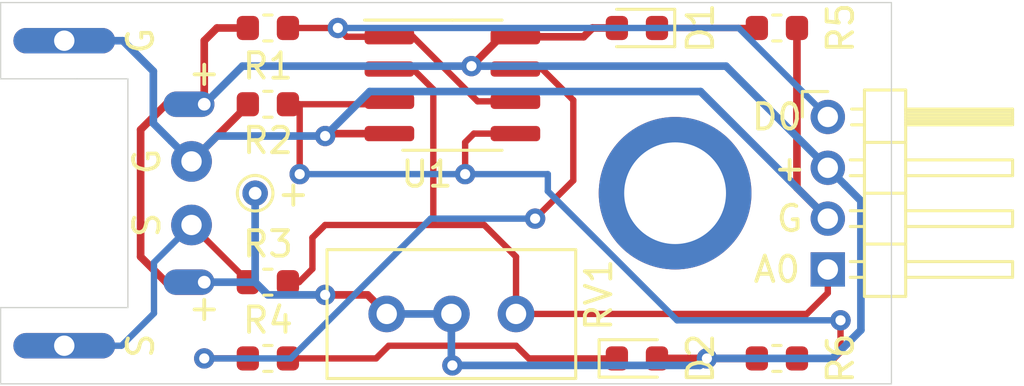
<source format=kicad_pcb>
(kicad_pcb (version 20171130) (host pcbnew "(5.1.5-0-10_14)")

  (general
    (thickness 1.6)
    (drawings 20)
    (tracks 125)
    (zones 0)
    (modules 18)
    (nets 10)
  )

  (page User 132.004 102.006)
  (title_block
    (title "Microphone module reverse-engineered")
    (date 2020-04-08)
    (rev 1)
  )

  (layers
    (0 F.Cu signal)
    (31 B.Cu signal)
    (37 F.SilkS user)
    (38 B.Mask user hide)
    (39 F.Mask user)
    (44 Edge.Cuts user)
    (45 Margin user)
    (46 B.CrtYd user hide)
    (47 F.CrtYd user hide)
    (49 F.Fab user hide)
  )

  (setup
    (last_trace_width 0.25)
    (trace_clearance 0.2)
    (zone_clearance 0.508)
    (zone_45_only no)
    (trace_min 0.2)
    (via_size 0.8)
    (via_drill 0.4)
    (via_min_size 0.4)
    (via_min_drill 0.3)
    (uvia_size 0.3)
    (uvia_drill 0.1)
    (uvias_allowed no)
    (uvia_min_size 0.2)
    (uvia_min_drill 0.1)
    (edge_width 0.05)
    (segment_width 0.2)
    (pcb_text_width 0.3)
    (pcb_text_size 1.5 1.5)
    (mod_edge_width 0.12)
    (mod_text_size 1 1)
    (mod_text_width 0.15)
    (pad_size 2 1)
    (pad_drill 0.5)
    (pad_to_mask_clearance 0.051)
    (solder_mask_min_width 0.25)
    (aux_axis_origin 0 0)
    (visible_elements FFFFFF7F)
    (pcbplotparams
      (layerselection 0x010fc_ffffffff)
      (usegerberextensions false)
      (usegerberattributes false)
      (usegerberadvancedattributes false)
      (creategerberjobfile false)
      (excludeedgelayer true)
      (linewidth 0.100000)
      (plotframeref false)
      (viasonmask false)
      (mode 1)
      (useauxorigin false)
      (hpglpennumber 1)
      (hpglpenspeed 20)
      (hpglpendiameter 15.000000)
      (psnegative false)
      (psa4output false)
      (plotreference true)
      (plotvalue true)
      (plotinvisibletext false)
      (padsonsilk false)
      (subtractmaskfromsilk false)
      (outputformat 1)
      (mirror false)
      (drillshape 1)
      (scaleselection 1)
      (outputdirectory ""))
  )

  (net 0 "")
  (net 1 VCC)
  (net 2 "Net-(D1-Pad1)")
  (net 3 "Net-(D2-Pad1)")
  (net 4 D0)
  (net 5 GND)
  (net 6 A0)
  (net 7 "Net-(R2-Pad1)")
  (net 8 "Net-(R4-Pad2)")
  (net 9 /S)

  (net_class Default "This is the default net class."
    (clearance 0.2)
    (trace_width 0.25)
    (via_dia 0.8)
    (via_drill 0.4)
    (uvia_dia 0.3)
    (uvia_drill 0.1)
    (add_net /S)
    (add_net A0)
    (add_net D0)
    (add_net "Net-(D1-Pad1)")
    (add_net "Net-(D2-Pad1)")
    (add_net "Net-(R2-Pad1)")
    (add_net "Net-(R4-Pad2)")
  )

  (net_class Power ""
    (clearance 0.25)
    (trace_width 0.3)
    (via_dia 0.8)
    (via_drill 0.4)
    (uvia_dia 0.3)
    (uvia_drill 0.1)
    (add_net GND)
    (add_net VCC)
  )

  (module Package_SO:SOIC-8_3.9x4.9mm_P1.27mm (layer F.Cu) (tedit 5D9F72B1) (tstamp 5E8E942E)
    (at 65.25 33.25)
    (descr "SOIC, 8 Pin (JEDEC MS-012AA, https://www.analog.com/media/en/package-pcb-resources/package/pkg_pdf/soic_narrow-r/r_8.pdf), generated with kicad-footprint-generator ipc_gullwing_generator.py")
    (tags "SOIC SO")
    (path /5E8E11CA)
    (attr smd)
    (fp_text reference U1 (at -1 3.5) (layer F.SilkS)
      (effects (font (size 1 1) (thickness 0.15)))
    )
    (fp_text value LM393 (at 0 3.4) (layer F.Fab)
      (effects (font (size 1 1) (thickness 0.15)))
    )
    (fp_text user %R (at 0 0) (layer F.Fab)
      (effects (font (size 0.98 0.98) (thickness 0.15)))
    )
    (fp_line (start 3.7 -2.7) (end -3.7 -2.7) (layer F.CrtYd) (width 0.05))
    (fp_line (start 3.7 2.7) (end 3.7 -2.7) (layer F.CrtYd) (width 0.05))
    (fp_line (start -3.7 2.7) (end 3.7 2.7) (layer F.CrtYd) (width 0.05))
    (fp_line (start -3.7 -2.7) (end -3.7 2.7) (layer F.CrtYd) (width 0.05))
    (fp_line (start -1.95 -1.475) (end -0.975 -2.45) (layer F.Fab) (width 0.1))
    (fp_line (start -1.95 2.45) (end -1.95 -1.475) (layer F.Fab) (width 0.1))
    (fp_line (start 1.95 2.45) (end -1.95 2.45) (layer F.Fab) (width 0.1))
    (fp_line (start 1.95 -2.45) (end 1.95 2.45) (layer F.Fab) (width 0.1))
    (fp_line (start -0.975 -2.45) (end 1.95 -2.45) (layer F.Fab) (width 0.1))
    (fp_line (start 0 -2.56) (end -3.45 -2.56) (layer F.SilkS) (width 0.12))
    (fp_line (start 0 -2.56) (end 1.95 -2.56) (layer F.SilkS) (width 0.12))
    (fp_line (start 0 2.56) (end -1.95 2.56) (layer F.SilkS) (width 0.12))
    (fp_line (start 0 2.56) (end 1.95 2.56) (layer F.SilkS) (width 0.12))
    (pad 8 smd roundrect (at 2.475 -1.905) (size 1.95 0.6) (layers F.Cu F.Paste F.Mask) (roundrect_rratio 0.25)
      (net 1 VCC))
    (pad 7 smd roundrect (at 2.475 -0.635) (size 1.95 0.6) (layers F.Cu F.Paste F.Mask) (roundrect_rratio 0.25)
      (net 8 "Net-(R4-Pad2)"))
    (pad 6 smd roundrect (at 2.475 0.635) (size 1.95 0.6) (layers F.Cu F.Paste F.Mask) (roundrect_rratio 0.25)
      (net 4 D0))
    (pad 5 smd roundrect (at 2.475 1.905) (size 1.95 0.6) (layers F.Cu F.Paste F.Mask) (roundrect_rratio 0.25)
      (net 7 "Net-(R2-Pad1)"))
    (pad 4 smd roundrect (at -2.475 1.905) (size 1.95 0.6) (layers F.Cu F.Paste F.Mask) (roundrect_rratio 0.25)
      (net 5 GND))
    (pad 3 smd roundrect (at -2.475 0.635) (size 1.95 0.6) (layers F.Cu F.Paste F.Mask) (roundrect_rratio 0.25)
      (net 7 "Net-(R2-Pad1)"))
    (pad 2 smd roundrect (at -2.475 -0.635) (size 1.95 0.6) (layers F.Cu F.Paste F.Mask) (roundrect_rratio 0.25)
      (net 6 A0))
    (pad 1 smd roundrect (at -2.475 -1.905) (size 1.95 0.6) (layers F.Cu F.Paste F.Mask) (roundrect_rratio 0.25)
      (net 4 D0))
    (model ${KISYS3DMOD}/Package_SO.3dshapes/SOIC-8_3.9x4.9mm_P1.27mm.wrl
      (at (xyz 0 0 0))
      (scale (xyz 1 1 1))
      (rotate (xyz 0 0 0))
    )
  )

  (module TestPoint:TestPoint_THTPad_D1.0mm_Drill0.5mm (layer F.Cu) (tedit 5E8F0288) (tstamp 5E8F568F)
    (at 50 31.5)
    (descr "THT pad as test Point, diameter 1.0mm, hole diameter 0.5mm")
    (tags "test point THT pad")
    (attr virtual)
    (fp_text reference REF** (at 0 -1.448) (layer F.SilkS) hide
      (effects (font (size 1 1) (thickness 0.15)))
    )
    (fp_text value TestPoint_THTPad_D1.0mm_Drill0.5mm (at 0 1.55) (layer F.Fab) hide
      (effects (font (size 1 1) (thickness 0.15)))
    )
    (fp_text user %R (at 0 -1.45) (layer F.Fab) hide
      (effects (font (size 1 1) (thickness 0.15)))
    )
    (fp_circle (center 0 0) (end 1 0) (layer F.CrtYd) (width 0.05))
    (pad G thru_hole oval (at 0 0) (size 4 1) (drill 0.8) (layers *.Cu *.Mask)
      (net 5 GND))
  )

  (module TestPoint:TestPoint_THTPad_D1.0mm_Drill0.5mm (layer F.Cu) (tedit 5E8F0279) (tstamp 5E8F6494)
    (at 50 43.5)
    (descr "THT pad as test Point, diameter 1.0mm, hole diameter 0.5mm")
    (tags "test point THT pad")
    (attr virtual)
    (fp_text reference REF** (at 0 -1.448) (layer F.SilkS) hide
      (effects (font (size 1 1) (thickness 0.15)))
    )
    (fp_text value TestPoint_THTPad_D1.0mm_Drill0.5mm (at 0 1.55) (layer F.Fab) hide
      (effects (font (size 1 1) (thickness 0.15)))
    )
    (fp_circle (center 0 0) (end 1 0) (layer F.CrtYd) (width 0.05))
    (fp_text user %R (at 0 -1.45) (layer F.Fab) hide
      (effects (font (size 1 1) (thickness 0.15)))
    )
    (pad S thru_hole oval (at 0 0) (size 4 1) (drill 0.8) (layers *.Cu *.Mask)
      (net 9 /S))
  )

  (module Connector_PinHeader_2.00mm:PinHeader_1x04_P2.00mm_Horizontal (layer F.Cu) (tedit 5E8EFAF1) (tstamp 5E8F7DF9)
    (at 80 34.5)
    (descr "Through hole angled pin header, 1x04, 2.00mm pitch, 4.2mm pin length, single row")
    (tags "Through hole angled pin header THT 1x04 2.00mm single row")
    (path /5E8EDBA1)
    (fp_text reference J1 (at 3.1 -2) (layer F.SilkS) hide
      (effects (font (size 1 1) (thickness 0.15)))
    )
    (fp_text value PinHeader (at 3.1 8) (layer F.Fab)
      (effects (font (size 1 1) (thickness 0.15)))
    )
    (fp_text user %R (at 2.25 3 90) (layer F.Fab)
      (effects (font (size 0.9 0.9) (thickness 0.135)))
    )
    (fp_line (start 7.7 -1.5) (end -1.5 -1.5) (layer F.CrtYd) (width 0.05))
    (fp_line (start 7.7 7.5) (end 7.7 -1.5) (layer F.CrtYd) (width 0.05))
    (fp_line (start -1.5 7.5) (end 7.7 7.5) (layer F.CrtYd) (width 0.05))
    (fp_line (start -1.5 -1.5) (end -1.5 7.5) (layer F.CrtYd) (width 0.05))
    (fp_line (start -1 -1) (end 0 -1) (layer F.SilkS) (width 0.12))
    (fp_line (start -1 0) (end -1 -1) (layer F.SilkS) (width 0.12))
    (fp_line (start 0.882114 6.31) (end 1.44 6.31) (layer F.SilkS) (width 0.12))
    (fp_line (start 0.882114 5.69) (end 1.44 5.69) (layer F.SilkS) (width 0.12))
    (fp_line (start 7.26 6.31) (end 3.06 6.31) (layer F.SilkS) (width 0.12))
    (fp_line (start 7.26 5.69) (end 7.26 6.31) (layer F.SilkS) (width 0.12))
    (fp_line (start 3.06 5.69) (end 7.26 5.69) (layer F.SilkS) (width 0.12))
    (fp_line (start 1.44 5) (end 3.06 5) (layer F.SilkS) (width 0.12))
    (fp_line (start 0.882114 4.31) (end 1.44 4.31) (layer F.SilkS) (width 0.12))
    (fp_line (start 0.882114 3.69) (end 1.44 3.69) (layer F.SilkS) (width 0.12))
    (fp_line (start 7.26 4.31) (end 3.06 4.31) (layer F.SilkS) (width 0.12))
    (fp_line (start 7.26 3.69) (end 7.26 4.31) (layer F.SilkS) (width 0.12))
    (fp_line (start 3.06 3.69) (end 7.26 3.69) (layer F.SilkS) (width 0.12))
    (fp_line (start 1.44 3) (end 3.06 3) (layer F.SilkS) (width 0.12))
    (fp_line (start 0.882114 2.31) (end 1.44 2.31) (layer F.SilkS) (width 0.12))
    (fp_line (start 0.882114 1.69) (end 1.44 1.69) (layer F.SilkS) (width 0.12))
    (fp_line (start 7.26 2.31) (end 3.06 2.31) (layer F.SilkS) (width 0.12))
    (fp_line (start 7.26 1.69) (end 7.26 2.31) (layer F.SilkS) (width 0.12))
    (fp_line (start 3.06 1.69) (end 7.26 1.69) (layer F.SilkS) (width 0.12))
    (fp_line (start 1.44 1) (end 3.06 1) (layer F.SilkS) (width 0.12))
    (fp_line (start 0.935 0.31) (end 1.44 0.31) (layer F.SilkS) (width 0.12))
    (fp_line (start 0.935 -0.31) (end 1.44 -0.31) (layer F.SilkS) (width 0.12))
    (fp_line (start 3.06 0.23) (end 7.26 0.23) (layer F.SilkS) (width 0.12))
    (fp_line (start 3.06 0.11) (end 7.26 0.11) (layer F.SilkS) (width 0.12))
    (fp_line (start 3.06 -0.01) (end 7.26 -0.01) (layer F.SilkS) (width 0.12))
    (fp_line (start 3.06 -0.13) (end 7.26 -0.13) (layer F.SilkS) (width 0.12))
    (fp_line (start 3.06 -0.25) (end 7.26 -0.25) (layer F.SilkS) (width 0.12))
    (fp_line (start 7.26 0.31) (end 3.06 0.31) (layer F.SilkS) (width 0.12))
    (fp_line (start 7.26 -0.31) (end 7.26 0.31) (layer F.SilkS) (width 0.12))
    (fp_line (start 3.06 -0.31) (end 7.26 -0.31) (layer F.SilkS) (width 0.12))
    (fp_line (start 3.06 -1.06) (end 1.44 -1.06) (layer F.SilkS) (width 0.12))
    (fp_line (start 3.06 7.06) (end 3.06 -1.06) (layer F.SilkS) (width 0.12))
    (fp_line (start 1.44 7.06) (end 3.06 7.06) (layer F.SilkS) (width 0.12))
    (fp_line (start 1.44 -1.06) (end 1.44 7.06) (layer F.SilkS) (width 0.12))
    (fp_line (start 3 6.25) (end 7.2 6.25) (layer F.Fab) (width 0.1))
    (fp_line (start 7.2 5.75) (end 7.2 6.25) (layer F.Fab) (width 0.1))
    (fp_line (start 3 5.75) (end 7.2 5.75) (layer F.Fab) (width 0.1))
    (fp_line (start -0.25 6.25) (end 1.5 6.25) (layer F.Fab) (width 0.1))
    (fp_line (start -0.25 5.75) (end -0.25 6.25) (layer F.Fab) (width 0.1))
    (fp_line (start -0.25 5.75) (end 1.5 5.75) (layer F.Fab) (width 0.1))
    (fp_line (start 3 4.25) (end 7.2 4.25) (layer F.Fab) (width 0.1))
    (fp_line (start 7.2 3.75) (end 7.2 4.25) (layer F.Fab) (width 0.1))
    (fp_line (start 3 3.75) (end 7.2 3.75) (layer F.Fab) (width 0.1))
    (fp_line (start -0.25 4.25) (end 1.5 4.25) (layer F.Fab) (width 0.1))
    (fp_line (start -0.25 3.75) (end -0.25 4.25) (layer F.Fab) (width 0.1))
    (fp_line (start -0.25 3.75) (end 1.5 3.75) (layer F.Fab) (width 0.1))
    (fp_line (start 3 2.25) (end 7.2 2.25) (layer F.Fab) (width 0.1))
    (fp_line (start 7.2 1.75) (end 7.2 2.25) (layer F.Fab) (width 0.1))
    (fp_line (start 3 1.75) (end 7.2 1.75) (layer F.Fab) (width 0.1))
    (fp_line (start -0.25 2.25) (end 1.5 2.25) (layer F.Fab) (width 0.1))
    (fp_line (start -0.25 1.75) (end -0.25 2.25) (layer F.Fab) (width 0.1))
    (fp_line (start -0.25 1.75) (end 1.5 1.75) (layer F.Fab) (width 0.1))
    (fp_line (start 3 0.25) (end 7.2 0.25) (layer F.Fab) (width 0.1))
    (fp_line (start 7.2 -0.25) (end 7.2 0.25) (layer F.Fab) (width 0.1))
    (fp_line (start 3 -0.25) (end 7.2 -0.25) (layer F.Fab) (width 0.1))
    (fp_line (start -0.25 0.25) (end 1.5 0.25) (layer F.Fab) (width 0.1))
    (fp_line (start -0.25 -0.25) (end -0.25 0.25) (layer F.Fab) (width 0.1))
    (fp_line (start -0.25 -0.25) (end 1.5 -0.25) (layer F.Fab) (width 0.1))
    (fp_line (start 1.5 -0.625) (end 1.875 -1) (layer F.Fab) (width 0.1))
    (fp_line (start 1.5 7) (end 1.5 -0.625) (layer F.Fab) (width 0.1))
    (fp_line (start 3 7) (end 1.5 7) (layer F.Fab) (width 0.1))
    (fp_line (start 3 -1) (end 3 7) (layer F.Fab) (width 0.1))
    (fp_line (start 1.875 -1) (end 3 -1) (layer F.Fab) (width 0.1))
    (pad 4 thru_hole oval (at 0 0 180) (size 1.35 1.35) (drill 0.8) (layers *.Cu *.Mask)
      (net 4 D0))
    (pad 3 thru_hole oval (at 0 2 180) (size 1.35 1.35) (drill 0.8) (layers *.Cu *.Mask)
      (net 1 VCC))
    (pad 2 thru_hole oval (at 0 4 180) (size 1.35 1.35) (drill 0.8) (layers *.Cu *.Mask)
      (net 5 GND))
    (pad 1 thru_hole rect (at 0 6 180) (size 1.35 1.35) (drill 0.8) (layers *.Cu *.Mask)
      (net 6 A0))
    (model ${KISYS3DMOD}/Connector_PinHeader_2.00mm.3dshapes/PinHeader_1x04_P2.00mm_Horizontal.wrl
      (at (xyz 0 0 0))
      (scale (xyz 1 1 1))
      (rotate (xyz 0 0 0))
    )
  )

  (module Capacitor_THT:C_Disc_D3.4mm_W2.1mm_P2.50mm (layer F.Cu) (tedit 5E8EF9F7) (tstamp 5E8E878D)
    (at 55 36.25 270)
    (descr "C, Disc series, Radial, pin pitch=2.50mm, , diameter*width=3.4*2.1mm^2, Capacitor, http://www.vishay.com/docs/45233/krseries.pdf")
    (tags "C Disc series Radial pin pitch 2.50mm  diameter 3.4mm width 2.1mm Capacitor")
    (path /5E8E63FE)
    (fp_text reference MK1 (at 1.25 2 270) (layer F.SilkS) hide
      (effects (font (size 1 1) (thickness 0.15)))
    )
    (fp_text value Microphone_Condenser (at 1.25 2.3 270) (layer F.Fab) hide
      (effects (font (size 1 1) (thickness 0.15)))
    )
    (fp_line (start 3.55 -1.3) (end -1.05 -1.3) (layer F.CrtYd) (width 0.05))
    (fp_line (start 3.55 1.3) (end 3.55 -1.3) (layer F.CrtYd) (width 0.05))
    (fp_line (start -1.05 1.3) (end 3.55 1.3) (layer F.CrtYd) (width 0.05))
    (fp_line (start -1.05 -1.3) (end -1.05 1.3) (layer F.CrtYd) (width 0.05))
    (fp_line (start 2.95 -1.05) (end -0.45 -1.05) (layer F.Fab) (width 0.1))
    (fp_line (start 2.95 1.05) (end 2.95 -1.05) (layer F.Fab) (width 0.1))
    (fp_line (start -0.45 1.05) (end 2.95 1.05) (layer F.Fab) (width 0.1))
    (fp_line (start -0.45 -1.05) (end -0.45 1.05) (layer F.Fab) (width 0.1))
    (pad 2 thru_hole circle (at 2.5 0 270) (size 1.6 1.6) (drill 0.8) (layers *.Cu *.Mask)
      (net 9 /S))
    (pad 1 thru_hole circle (at 0 0 270) (size 1.6 1.6) (drill 0.8) (layers *.Cu *.Mask)
      (net 5 GND))
    (model ${KIPRJMOD}/mic-model.step
      (offset (xyz 1.25 -2 4))
      (scale (xyz 1 1 1))
      (rotate (xyz -90 0 90))
    )
  )

  (module TestPoint:TestPoint_THTPad_D1.0mm_Drill0.5mm (layer F.Cu) (tedit 5E8EF99D) (tstamp 5E8F7B58)
    (at 55.5 34)
    (descr "THT pad as test Point, diameter 1.0mm, hole diameter 0.5mm")
    (tags "test point THT pad")
    (attr virtual)
    (fp_text reference REF** (at 0 -1.448) (layer F.SilkS) hide
      (effects (font (size 1 1) (thickness 0.15)))
    )
    (fp_text value TestPoint_THTPad_D1.0mm_Drill0.5mm (at 0 1.55) (layer F.Fab) hide
      (effects (font (size 1 1) (thickness 0.15)))
    )
    (fp_circle (center -0.25 0) (end 0.5 0) (layer F.CrtYd) (width 0.05))
    (pad + thru_hole oval (at 0 0) (size 2 1) (drill 0.5 (offset -0.6 0)) (layers *.Cu *.Mask)
      (net 1 VCC))
  )

  (module TestPoint:TestPoint_THTPad_D1.0mm_Drill0.5mm (layer F.Cu) (tedit 5E8EF99D) (tstamp 5E8F7AB9)
    (at 55.5 41)
    (descr "THT pad as test Point, diameter 1.0mm, hole diameter 0.5mm")
    (tags "test point THT pad")
    (attr virtual)
    (fp_text reference REF** (at 0 -1.448) (layer F.SilkS) hide
      (effects (font (size 1 1) (thickness 0.15)))
    )
    (fp_text value TestPoint_THTPad_D1.0mm_Drill0.5mm (at 0 1.55) (layer F.Fab) hide
      (effects (font (size 1 1) (thickness 0.15)))
    )
    (fp_circle (center -0.25 0) (end 0.5 0) (layer F.CrtYd) (width 0.05))
    (pad + thru_hole oval (at 0 0) (size 2 1) (drill 0.5 (offset -0.6 0)) (layers *.Cu *.Mask)
      (net 1 VCC))
  )

  (module TestPoint:TestPoint_THTPad_D1.0mm_Drill0.5mm (layer F.Cu) (tedit 5E8EF931) (tstamp 5E8F7A6D)
    (at 57.5 37.5)
    (descr "THT pad as test Point, diameter 1.0mm, hole diameter 0.5mm")
    (tags "test point THT pad")
    (attr virtual)
    (fp_text reference REF** (at 0 -1.448) (layer F.SilkS) hide
      (effects (font (size 1 1) (thickness 0.15)))
    )
    (fp_text value TestPoint_THTPad_D1.0mm_Drill0.5mm (at 0 1.55) (layer F.Fab) hide
      (effects (font (size 1 1) (thickness 0.15)))
    )
    (fp_circle (center 0 0) (end 0 0.7) (layer F.SilkS) (width 0.12))
    (fp_circle (center 0 0) (end 1 0) (layer F.CrtYd) (width 0.05))
    (pad + thru_hole circle (at 0 0) (size 1 1) (drill 0.5) (layers *.Cu *.Mask)
      (net 1 VCC))
  )

  (module TestPoint:TestPoint_THTPad_D4.0mm_Drill2.0mm (layer F.Cu) (tedit 5E8EF8BE) (tstamp 5E8EF054)
    (at 74 37.5)
    (descr "THT pad as test Point, diameter 4.0mm, hole diameter 2.0mm")
    (tags "test point THT pad")
    (fp_text reference REF** (at 0 -4.5) (layer F.SilkS) hide
      (effects (font (size 1 1) (thickness 0.15)))
    )
    (fp_text value TestPoint_THTPad_D4.0mm_Drill2.0mm (at 0 3.1) (layer F.Fab) hide
      (effects (font (size 1 1) (thickness 0.15)))
    )
    (fp_circle (center 0 0) (end 2.5 0) (layer F.CrtYd) (width 0.05))
    (pad "" thru_hole circle (at 0 0) (size 6 6) (drill 4) (layers *.Cu *.Mask))
  )

  (module Potentiometer_THT:Potentiometer_Bourns_3296W_Vertical (layer F.Cu) (tedit 5A3D4994) (tstamp 5E8F6F21)
    (at 67.75 42.25)
    (descr "Potentiometer, vertical, Bourns 3296W, https://www.bourns.com/pdfs/3296.pdf")
    (tags "Potentiometer vertical Bourns 3296W")
    (path /5E8E948C)
    (fp_text reference RV1 (at 3.25 -0.75 90) (layer F.SilkS)
      (effects (font (size 1 1) (thickness 0.15)))
    )
    (fp_text value R_POT (at -2.54 3.67) (layer F.Fab)
      (effects (font (size 1 1) (thickness 0.15)))
    )
    (fp_text user %R (at -3.175 0.005) (layer F.Fab)
      (effects (font (size 1 1) (thickness 0.15)))
    )
    (fp_line (start 2.5 -2.7) (end -7.6 -2.7) (layer F.CrtYd) (width 0.05))
    (fp_line (start 2.5 2.7) (end 2.5 -2.7) (layer F.CrtYd) (width 0.05))
    (fp_line (start -7.6 2.7) (end 2.5 2.7) (layer F.CrtYd) (width 0.05))
    (fp_line (start -7.6 -2.7) (end -7.6 2.7) (layer F.CrtYd) (width 0.05))
    (fp_line (start 2.345 -2.53) (end 2.345 2.54) (layer F.SilkS) (width 0.12))
    (fp_line (start -7.425 -2.53) (end -7.425 2.54) (layer F.SilkS) (width 0.12))
    (fp_line (start -7.425 2.54) (end 2.345 2.54) (layer F.SilkS) (width 0.12))
    (fp_line (start -7.425 -2.53) (end 2.345 -2.53) (layer F.SilkS) (width 0.12))
    (fp_line (start 0.955 2.235) (end 0.956 0.066) (layer F.Fab) (width 0.1))
    (fp_line (start 0.955 2.235) (end 0.956 0.066) (layer F.Fab) (width 0.1))
    (fp_line (start 2.225 -2.41) (end -7.305 -2.41) (layer F.Fab) (width 0.1))
    (fp_line (start 2.225 2.42) (end 2.225 -2.41) (layer F.Fab) (width 0.1))
    (fp_line (start -7.305 2.42) (end 2.225 2.42) (layer F.Fab) (width 0.1))
    (fp_line (start -7.305 -2.41) (end -7.305 2.42) (layer F.Fab) (width 0.1))
    (fp_circle (center 0.955 1.15) (end 2.05 1.15) (layer F.Fab) (width 0.1))
    (pad 3 thru_hole circle (at -5.08 0) (size 1.44 1.44) (drill 0.8) (layers *.Cu *.Mask)
      (net 1 VCC))
    (pad 2 thru_hole circle (at -2.54 0) (size 1.44 1.44) (drill 0.8) (layers *.Cu *.Mask)
      (net 1 VCC))
    (pad 1 thru_hole circle (at 0 0) (size 1.44 1.44) (drill 0.8) (layers *.Cu *.Mask)
      (net 6 A0))
    (model ${KISYS3DMOD}/Potentiometer_THT.3dshapes/Potentiometer_Bourns_3296W_Vertical.wrl
      (at (xyz 0 0 0))
      (scale (xyz 1 1 1))
      (rotate (xyz 0 0 0))
    )
  )

  (module Resistor_SMD:R_0603_1608Metric (layer F.Cu) (tedit 5B301BBD) (tstamp 5E8E8530)
    (at 78 31)
    (descr "Resistor SMD 0603 (1608 Metric), square (rectangular) end terminal, IPC_7351 nominal, (Body size source: http://www.tortai-tech.com/upload/download/2011102023233369053.pdf), generated with kicad-footprint-generator")
    (tags resistor)
    (path /5E8EC230)
    (attr smd)
    (fp_text reference R5 (at 2.5 0 90) (layer F.SilkS)
      (effects (font (size 1 1) (thickness 0.15)))
    )
    (fp_text value 1k (at 0 1.43) (layer F.Fab)
      (effects (font (size 1 1) (thickness 0.15)))
    )
    (fp_text user %R (at 0 0) (layer F.Fab)
      (effects (font (size 0.4 0.4) (thickness 0.06)))
    )
    (fp_line (start 1.48 0.73) (end -1.48 0.73) (layer F.CrtYd) (width 0.05))
    (fp_line (start 1.48 -0.73) (end 1.48 0.73) (layer F.CrtYd) (width 0.05))
    (fp_line (start -1.48 -0.73) (end 1.48 -0.73) (layer F.CrtYd) (width 0.05))
    (fp_line (start -1.48 0.73) (end -1.48 -0.73) (layer F.CrtYd) (width 0.05))
    (fp_line (start -0.162779 0.51) (end 0.162779 0.51) (layer F.SilkS) (width 0.12))
    (fp_line (start -0.162779 -0.51) (end 0.162779 -0.51) (layer F.SilkS) (width 0.12))
    (fp_line (start 0.8 0.4) (end -0.8 0.4) (layer F.Fab) (width 0.1))
    (fp_line (start 0.8 -0.4) (end 0.8 0.4) (layer F.Fab) (width 0.1))
    (fp_line (start -0.8 -0.4) (end 0.8 -0.4) (layer F.Fab) (width 0.1))
    (fp_line (start -0.8 0.4) (end -0.8 -0.4) (layer F.Fab) (width 0.1))
    (pad 2 smd roundrect (at 0.7875 0) (size 0.875 0.95) (layers F.Cu F.Paste F.Mask) (roundrect_rratio 0.25)
      (net 5 GND))
    (pad 1 smd roundrect (at -0.7875 0) (size 0.875 0.95) (layers F.Cu F.Paste F.Mask) (roundrect_rratio 0.25)
      (net 2 "Net-(D1-Pad1)"))
    (model ${KISYS3DMOD}/Resistor_SMD.3dshapes/R_0603_1608Metric.wrl
      (at (xyz 0 0 0))
      (scale (xyz 1 1 1))
      (rotate (xyz 0 0 0))
    )
  )

  (module Resistor_SMD:R_0603_1608Metric (layer F.Cu) (tedit 5B301BBD) (tstamp 5E8F757B)
    (at 58 44 180)
    (descr "Resistor SMD 0603 (1608 Metric), square (rectangular) end terminal, IPC_7351 nominal, (Body size source: http://www.tortai-tech.com/upload/download/2011102023233369053.pdf), generated with kicad-footprint-generator")
    (tags resistor)
    (path /5E8E49B6)
    (attr smd)
    (fp_text reference R4 (at 0 1.5) (layer F.SilkS)
      (effects (font (size 1 1) (thickness 0.15)))
    )
    (fp_text value 1k (at 0 1.43) (layer F.Fab)
      (effects (font (size 1 1) (thickness 0.15)))
    )
    (fp_text user %R (at 0 0) (layer F.Fab)
      (effects (font (size 0.4 0.4) (thickness 0.06)))
    )
    (fp_line (start 1.48 0.73) (end -1.48 0.73) (layer F.CrtYd) (width 0.05))
    (fp_line (start 1.48 -0.73) (end 1.48 0.73) (layer F.CrtYd) (width 0.05))
    (fp_line (start -1.48 -0.73) (end 1.48 -0.73) (layer F.CrtYd) (width 0.05))
    (fp_line (start -1.48 0.73) (end -1.48 -0.73) (layer F.CrtYd) (width 0.05))
    (fp_line (start -0.162779 0.51) (end 0.162779 0.51) (layer F.SilkS) (width 0.12))
    (fp_line (start -0.162779 -0.51) (end 0.162779 -0.51) (layer F.SilkS) (width 0.12))
    (fp_line (start 0.8 0.4) (end -0.8 0.4) (layer F.Fab) (width 0.1))
    (fp_line (start 0.8 -0.4) (end 0.8 0.4) (layer F.Fab) (width 0.1))
    (fp_line (start -0.8 -0.4) (end 0.8 -0.4) (layer F.Fab) (width 0.1))
    (fp_line (start -0.8 0.4) (end -0.8 -0.4) (layer F.Fab) (width 0.1))
    (pad 2 smd roundrect (at 0.7875 0 180) (size 0.875 0.95) (layers F.Cu F.Paste F.Mask) (roundrect_rratio 0.25)
      (net 8 "Net-(R4-Pad2)"))
    (pad 1 smd roundrect (at -0.7875 0 180) (size 0.875 0.95) (layers F.Cu F.Paste F.Mask) (roundrect_rratio 0.25)
      (net 3 "Net-(D2-Pad1)"))
    (model ${KISYS3DMOD}/Resistor_SMD.3dshapes/R_0603_1608Metric.wrl
      (at (xyz 0 0 0))
      (scale (xyz 1 1 1))
      (rotate (xyz 0 0 0))
    )
  )

  (module Resistor_SMD:R_0603_1608Metric (layer F.Cu) (tedit 5B301BBD) (tstamp 5E8E850E)
    (at 58 31)
    (descr "Resistor SMD 0603 (1608 Metric), square (rectangular) end terminal, IPC_7351 nominal, (Body size source: http://www.tortai-tech.com/upload/download/2011102023233369053.pdf), generated with kicad-footprint-generator")
    (tags resistor)
    (path /5E8E33DC)
    (attr smd)
    (fp_text reference R1 (at 0 1.5 180) (layer F.SilkS)
      (effects (font (size 1 1) (thickness 0.15)))
    )
    (fp_text value 10k (at 0 1.43) (layer F.Fab)
      (effects (font (size 1 1) (thickness 0.15)))
    )
    (fp_text user %R (at 0 0) (layer F.Fab)
      (effects (font (size 0.4 0.4) (thickness 0.06)))
    )
    (fp_line (start 1.48 0.73) (end -1.48 0.73) (layer F.CrtYd) (width 0.05))
    (fp_line (start 1.48 -0.73) (end 1.48 0.73) (layer F.CrtYd) (width 0.05))
    (fp_line (start -1.48 -0.73) (end 1.48 -0.73) (layer F.CrtYd) (width 0.05))
    (fp_line (start -1.48 0.73) (end -1.48 -0.73) (layer F.CrtYd) (width 0.05))
    (fp_line (start -0.162779 0.51) (end 0.162779 0.51) (layer F.SilkS) (width 0.12))
    (fp_line (start -0.162779 -0.51) (end 0.162779 -0.51) (layer F.SilkS) (width 0.12))
    (fp_line (start 0.8 0.4) (end -0.8 0.4) (layer F.Fab) (width 0.1))
    (fp_line (start 0.8 -0.4) (end 0.8 0.4) (layer F.Fab) (width 0.1))
    (fp_line (start -0.8 -0.4) (end 0.8 -0.4) (layer F.Fab) (width 0.1))
    (fp_line (start -0.8 0.4) (end -0.8 -0.4) (layer F.Fab) (width 0.1))
    (pad 2 smd roundrect (at 0.7875 0) (size 0.875 0.95) (layers F.Cu F.Paste F.Mask) (roundrect_rratio 0.25)
      (net 4 D0))
    (pad 1 smd roundrect (at -0.7875 0) (size 0.875 0.95) (layers F.Cu F.Paste F.Mask) (roundrect_rratio 0.25)
      (net 1 VCC))
    (model ${KISYS3DMOD}/Resistor_SMD.3dshapes/R_0603_1608Metric.wrl
      (at (xyz 0 0 0))
      (scale (xyz 1 1 1))
      (rotate (xyz 0 0 0))
    )
  )

  (module Resistor_SMD:R_0603_1608Metric (layer F.Cu) (tedit 5B301BBD) (tstamp 5E8E9AA8)
    (at 58 34 180)
    (descr "Resistor SMD 0603 (1608 Metric), square (rectangular) end terminal, IPC_7351 nominal, (Body size source: http://www.tortai-tech.com/upload/download/2011102023233369053.pdf), generated with kicad-footprint-generator")
    (tags resistor)
    (path /5E8E1CBC)
    (attr smd)
    (fp_text reference R2 (at 0 -1.43 180) (layer F.SilkS)
      (effects (font (size 1 1) (thickness 0.15)))
    )
    (fp_text value 100k (at 0 1.43) (layer F.Fab)
      (effects (font (size 1 1) (thickness 0.15)))
    )
    (fp_text user %R (at 0 0) (layer F.Fab)
      (effects (font (size 0.4 0.4) (thickness 0.06)))
    )
    (fp_line (start 1.48 0.73) (end -1.48 0.73) (layer F.CrtYd) (width 0.05))
    (fp_line (start 1.48 -0.73) (end 1.48 0.73) (layer F.CrtYd) (width 0.05))
    (fp_line (start -1.48 -0.73) (end 1.48 -0.73) (layer F.CrtYd) (width 0.05))
    (fp_line (start -1.48 0.73) (end -1.48 -0.73) (layer F.CrtYd) (width 0.05))
    (fp_line (start -0.162779 0.51) (end 0.162779 0.51) (layer F.SilkS) (width 0.12))
    (fp_line (start -0.162779 -0.51) (end 0.162779 -0.51) (layer F.SilkS) (width 0.12))
    (fp_line (start 0.8 0.4) (end -0.8 0.4) (layer F.Fab) (width 0.1))
    (fp_line (start 0.8 -0.4) (end 0.8 0.4) (layer F.Fab) (width 0.1))
    (fp_line (start -0.8 -0.4) (end 0.8 -0.4) (layer F.Fab) (width 0.1))
    (fp_line (start -0.8 0.4) (end -0.8 -0.4) (layer F.Fab) (width 0.1))
    (pad 2 smd roundrect (at 0.7875 0 180) (size 0.875 0.95) (layers F.Cu F.Paste F.Mask) (roundrect_rratio 0.25)
      (net 5 GND))
    (pad 1 smd roundrect (at -0.7875 0 180) (size 0.875 0.95) (layers F.Cu F.Paste F.Mask) (roundrect_rratio 0.25)
      (net 7 "Net-(R2-Pad1)"))
    (model ${KISYS3DMOD}/Resistor_SMD.3dshapes/R_0603_1608Metric.wrl
      (at (xyz 0 0 0))
      (scale (xyz 1 1 1))
      (rotate (xyz 0 0 0))
    )
  )

  (module Resistor_SMD:R_0603_1608Metric (layer F.Cu) (tedit 5B301BBD) (tstamp 5E8E84EC)
    (at 78 44)
    (descr "Resistor SMD 0603 (1608 Metric), square (rectangular) end terminal, IPC_7351 nominal, (Body size source: http://www.tortai-tech.com/upload/download/2011102023233369053.pdf), generated with kicad-footprint-generator")
    (tags resistor)
    (path /5E8E1C6B)
    (attr smd)
    (fp_text reference R6 (at 2.5 0 90) (layer F.SilkS)
      (effects (font (size 1 1) (thickness 0.15)))
    )
    (fp_text value 100k (at 0 1.43) (layer F.Fab)
      (effects (font (size 1 1) (thickness 0.15)))
    )
    (fp_text user %R (at 0 0) (layer F.Fab)
      (effects (font (size 0.4 0.4) (thickness 0.06)))
    )
    (fp_line (start 1.48 0.73) (end -1.48 0.73) (layer F.CrtYd) (width 0.05))
    (fp_line (start 1.48 -0.73) (end 1.48 0.73) (layer F.CrtYd) (width 0.05))
    (fp_line (start -1.48 -0.73) (end 1.48 -0.73) (layer F.CrtYd) (width 0.05))
    (fp_line (start -1.48 0.73) (end -1.48 -0.73) (layer F.CrtYd) (width 0.05))
    (fp_line (start -0.162779 0.51) (end 0.162779 0.51) (layer F.SilkS) (width 0.12))
    (fp_line (start -0.162779 -0.51) (end 0.162779 -0.51) (layer F.SilkS) (width 0.12))
    (fp_line (start 0.8 0.4) (end -0.8 0.4) (layer F.Fab) (width 0.1))
    (fp_line (start 0.8 -0.4) (end 0.8 0.4) (layer F.Fab) (width 0.1))
    (fp_line (start -0.8 -0.4) (end 0.8 -0.4) (layer F.Fab) (width 0.1))
    (fp_line (start -0.8 0.4) (end -0.8 -0.4) (layer F.Fab) (width 0.1))
    (pad 2 smd roundrect (at 0.7875 0) (size 0.875 0.95) (layers F.Cu F.Paste F.Mask) (roundrect_rratio 0.25)
      (net 7 "Net-(R2-Pad1)"))
    (pad 1 smd roundrect (at -0.7875 0) (size 0.875 0.95) (layers F.Cu F.Paste F.Mask) (roundrect_rratio 0.25)
      (net 1 VCC))
    (model ${KISYS3DMOD}/Resistor_SMD.3dshapes/R_0603_1608Metric.wrl
      (at (xyz 0 0 0))
      (scale (xyz 1 1 1))
      (rotate (xyz 0 0 0))
    )
  )

  (module Resistor_SMD:R_0603_1608Metric (layer F.Cu) (tedit 5B301BBD) (tstamp 5E8E84DB)
    (at 58 41 180)
    (descr "Resistor SMD 0603 (1608 Metric), square (rectangular) end terminal, IPC_7351 nominal, (Body size source: http://www.tortai-tech.com/upload/download/2011102023233369053.pdf), generated with kicad-footprint-generator")
    (tags resistor)
    (path /5E8E6B81)
    (attr smd)
    (fp_text reference R3 (at 0 1.5) (layer F.SilkS)
      (effects (font (size 1 1) (thickness 0.15)))
    )
    (fp_text value 150 (at 0 1.43) (layer F.Fab)
      (effects (font (size 1 1) (thickness 0.15)))
    )
    (fp_text user %R (at 0 0) (layer F.Fab)
      (effects (font (size 0.4 0.4) (thickness 0.06)))
    )
    (fp_line (start 1.48 0.73) (end -1.48 0.73) (layer F.CrtYd) (width 0.05))
    (fp_line (start 1.48 -0.73) (end 1.48 0.73) (layer F.CrtYd) (width 0.05))
    (fp_line (start -1.48 -0.73) (end 1.48 -0.73) (layer F.CrtYd) (width 0.05))
    (fp_line (start -1.48 0.73) (end -1.48 -0.73) (layer F.CrtYd) (width 0.05))
    (fp_line (start -0.162779 0.51) (end 0.162779 0.51) (layer F.SilkS) (width 0.12))
    (fp_line (start -0.162779 -0.51) (end 0.162779 -0.51) (layer F.SilkS) (width 0.12))
    (fp_line (start 0.8 0.4) (end -0.8 0.4) (layer F.Fab) (width 0.1))
    (fp_line (start 0.8 -0.4) (end 0.8 0.4) (layer F.Fab) (width 0.1))
    (fp_line (start -0.8 -0.4) (end 0.8 -0.4) (layer F.Fab) (width 0.1))
    (fp_line (start -0.8 0.4) (end -0.8 -0.4) (layer F.Fab) (width 0.1))
    (pad 2 smd roundrect (at 0.7875 0 180) (size 0.875 0.95) (layers F.Cu F.Paste F.Mask) (roundrect_rratio 0.25)
      (net 9 /S))
    (pad 1 smd roundrect (at -0.7875 0 180) (size 0.875 0.95) (layers F.Cu F.Paste F.Mask) (roundrect_rratio 0.25)
      (net 6 A0))
    (model ${KISYS3DMOD}/Resistor_SMD.3dshapes/R_0603_1608Metric.wrl
      (at (xyz 0 0 0))
      (scale (xyz 1 1 1))
      (rotate (xyz 0 0 0))
    )
  )

  (module LED_SMD:LED_0603_1608Metric (layer F.Cu) (tedit 5B301BBE) (tstamp 5E8E957D)
    (at 72.5 31 180)
    (descr "LED SMD 0603 (1608 Metric), square (rectangular) end terminal, IPC_7351 nominal, (Body size source: http://www.tortai-tech.com/upload/download/2011102023233369053.pdf), generated with kicad-footprint-generator")
    (tags diode)
    (path /5E8EC237)
    (attr smd)
    (fp_text reference D1 (at -2.5 0 90) (layer F.SilkS)
      (effects (font (size 1 1) (thickness 0.15)))
    )
    (fp_text value RED (at 0 1.43) (layer F.Fab)
      (effects (font (size 1 1) (thickness 0.15)))
    )
    (fp_text user %R (at 0 0) (layer F.Fab)
      (effects (font (size 0.4 0.4) (thickness 0.06)))
    )
    (fp_line (start 1.48 0.73) (end -1.48 0.73) (layer F.CrtYd) (width 0.05))
    (fp_line (start 1.48 -0.73) (end 1.48 0.73) (layer F.CrtYd) (width 0.05))
    (fp_line (start -1.48 -0.73) (end 1.48 -0.73) (layer F.CrtYd) (width 0.05))
    (fp_line (start -1.48 0.73) (end -1.48 -0.73) (layer F.CrtYd) (width 0.05))
    (fp_line (start -1.485 0.735) (end 0.8 0.735) (layer F.SilkS) (width 0.12))
    (fp_line (start -1.485 -0.735) (end -1.485 0.735) (layer F.SilkS) (width 0.12))
    (fp_line (start 0.8 -0.735) (end -1.485 -0.735) (layer F.SilkS) (width 0.12))
    (fp_line (start 0.8 0.4) (end 0.8 -0.4) (layer F.Fab) (width 0.1))
    (fp_line (start -0.8 0.4) (end 0.8 0.4) (layer F.Fab) (width 0.1))
    (fp_line (start -0.8 -0.1) (end -0.8 0.4) (layer F.Fab) (width 0.1))
    (fp_line (start -0.5 -0.4) (end -0.8 -0.1) (layer F.Fab) (width 0.1))
    (fp_line (start 0.8 -0.4) (end -0.5 -0.4) (layer F.Fab) (width 0.1))
    (pad 2 smd roundrect (at 0.7875 0 180) (size 0.875 0.95) (layers F.Cu F.Paste F.Mask) (roundrect_rratio 0.25)
      (net 1 VCC))
    (pad 1 smd roundrect (at -0.7875 0 180) (size 0.875 0.95) (layers F.Cu F.Paste F.Mask) (roundrect_rratio 0.25)
      (net 2 "Net-(D1-Pad1)"))
    (model ${KISYS3DMOD}/LED_SMD.3dshapes/LED_0603_1608Metric.wrl
      (at (xyz 0 0 0))
      (scale (xyz 1 1 1))
      (rotate (xyz 0 0 0))
    )
  )

  (module LED_SMD:LED_0603_1608Metric (layer F.Cu) (tedit 5B301BBE) (tstamp 5E8E847B)
    (at 72.5 44)
    (descr "LED SMD 0603 (1608 Metric), square (rectangular) end terminal, IPC_7351 nominal, (Body size source: http://www.tortai-tech.com/upload/download/2011102023233369053.pdf), generated with kicad-footprint-generator")
    (tags diode)
    (path /5E8E50CB)
    (attr smd)
    (fp_text reference D2 (at 2.5 0 90) (layer F.SilkS)
      (effects (font (size 1 1) (thickness 0.15)))
    )
    (fp_text value GREEN (at 0 1.43) (layer F.Fab)
      (effects (font (size 1 1) (thickness 0.15)))
    )
    (fp_text user %R (at 0 0) (layer F.Fab)
      (effects (font (size 0.4 0.4) (thickness 0.06)))
    )
    (fp_line (start 1.48 0.73) (end -1.48 0.73) (layer F.CrtYd) (width 0.05))
    (fp_line (start 1.48 -0.73) (end 1.48 0.73) (layer F.CrtYd) (width 0.05))
    (fp_line (start -1.48 -0.73) (end 1.48 -0.73) (layer F.CrtYd) (width 0.05))
    (fp_line (start -1.48 0.73) (end -1.48 -0.73) (layer F.CrtYd) (width 0.05))
    (fp_line (start -1.485 0.735) (end 0.8 0.735) (layer F.SilkS) (width 0.12))
    (fp_line (start -1.485 -0.735) (end -1.485 0.735) (layer F.SilkS) (width 0.12))
    (fp_line (start 0.8 -0.735) (end -1.485 -0.735) (layer F.SilkS) (width 0.12))
    (fp_line (start 0.8 0.4) (end 0.8 -0.4) (layer F.Fab) (width 0.1))
    (fp_line (start -0.8 0.4) (end 0.8 0.4) (layer F.Fab) (width 0.1))
    (fp_line (start -0.8 -0.1) (end -0.8 0.4) (layer F.Fab) (width 0.1))
    (fp_line (start -0.5 -0.4) (end -0.8 -0.1) (layer F.Fab) (width 0.1))
    (fp_line (start 0.8 -0.4) (end -0.5 -0.4) (layer F.Fab) (width 0.1))
    (pad 2 smd roundrect (at 0.7875 0) (size 0.875 0.95) (layers F.Cu F.Paste F.Mask) (roundrect_rratio 0.25)
      (net 1 VCC))
    (pad 1 smd roundrect (at -0.7875 0) (size 0.875 0.95) (layers F.Cu F.Paste F.Mask) (roundrect_rratio 0.25)
      (net 3 "Net-(D2-Pad1)"))
    (model ${KISYS3DMOD}/LED_SMD.3dshapes/LED_0603_1608Metric.wrl
      (at (xyz 0 0 0))
      (scale (xyz 1 1 1))
      (rotate (xyz 0 0 0))
    )
  )

  (gr_text + (at 55.5 42) (layer F.SilkS) (tstamp 5E8F7CCA)
    (effects (font (size 1 1) (thickness 0.15)))
  )
  (gr_text + (at 55.5 32.75) (layer F.SilkS) (tstamp 5E8F7CC8)
    (effects (font (size 1 1) (thickness 0.15)))
  )
  (gr_text + (at 59 37.5) (layer F.SilkS)
    (effects (font (size 1 1) (thickness 0.15)))
  )
  (gr_text G (at 53.25 36.25 90) (layer F.SilkS) (tstamp 5E8F7CB9)
    (effects (font (size 1 1) (thickness 0.15)))
  )
  (gr_text S (at 53.25 38.75 90) (layer F.SilkS) (tstamp 5E8F7CB4)
    (effects (font (size 1 1) (thickness 0.15)))
  )
  (gr_text D0 (at 78 34.5) (layer F.SilkS)
    (effects (font (size 1 1) (thickness 0.15)))
  )
  (gr_text + (at 78.5 36.5) (layer F.SilkS)
    (effects (font (size 1 1) (thickness 0.15)))
  )
  (gr_text G (at 78.5 38.5) (layer F.SilkS)
    (effects (font (size 1 1) (thickness 0.15)))
  )
  (gr_text A0 (at 78 40.5) (layer F.SilkS)
    (effects (font (size 1 1) (thickness 0.15)))
  )
  (gr_text G (at 53 31.5 90) (layer F.SilkS)
    (effects (font (size 1 1) (thickness 0.15)))
  )
  (gr_text S (at 53 43.5 90) (layer F.SilkS)
    (effects (font (size 1 1) (thickness 0.15)))
  )
  (gr_line (start 47.5 42) (end 47.5 45) (layer Edge.Cuts) (width 0.05) (tstamp 5E8EE7F2))
  (gr_line (start 47.5 30) (end 47.5 33) (layer Edge.Cuts) (width 0.05) (tstamp 5E8EE7F0))
  (gr_line (start 52.5 42) (end 47.5 42) (layer Edge.Cuts) (width 0.05))
  (gr_line (start 52.5 33) (end 52.5 42) (layer Edge.Cuts) (width 0.05))
  (gr_line (start 50.5 33) (end 52.5 33) (layer Edge.Cuts) (width 0.05))
  (gr_line (start 47.5 33) (end 50.5 33) (layer Edge.Cuts) (width 0.05))
  (gr_line (start 47.5 45) (end 82.5 45) (layer Edge.Cuts) (width 0.05) (tstamp 5E8EE799))
  (gr_line (start 82.5 30) (end 47.5 30) (layer Edge.Cuts) (width 0.05))
  (gr_line (start 82.5 45) (end 82.5 30) (layer Edge.Cuts) (width 0.05))

  (segment (start 71.7125 31) (end 70.75 31) (width 0.3) (layer F.Cu) (net 1))
  (segment (start 70.405 31.345) (end 67.7875 31.345) (width 0.3) (layer F.Cu) (net 1))
  (segment (start 70.75 31) (end 70.405 31.345) (width 0.3) (layer F.Cu) (net 1))
  (segment (start 77.2125 44) (end 75.25 44) (width 0.3) (layer F.Cu) (net 1))
  (segment (start 75.25 44) (end 73.2875 44) (width 0.3) (layer F.Cu) (net 1) (tstamp 5E8F868E))
  (via (at 75.25 44) (size 0.8) (drill 0.4) (layers F.Cu B.Cu) (net 1))
  (segment (start 55.5 34) (end 54 34) (width 0.3) (layer F.Cu) (net 1))
  (segment (start 54 34) (end 53 35) (width 0.3) (layer F.Cu) (net 1))
  (segment (start 53 35) (end 53 40) (width 0.3) (layer F.Cu) (net 1))
  (segment (start 54 41) (end 55.5 41) (width 0.3) (layer F.Cu) (net 1))
  (segment (start 53 40) (end 54 41) (width 0.3) (layer F.Cu) (net 1))
  (segment (start 55.5 31.5) (end 55.5 34) (width 0.3) (layer F.Cu) (net 1))
  (segment (start 56 31) (end 55.5 31.5) (width 0.3) (layer F.Cu) (net 1))
  (segment (start 57.2125 31) (end 56 31) (width 0.3) (layer F.Cu) (net 1))
  (segment (start 62.67 42.25) (end 61.92 41.5) (width 0.3) (layer F.Cu) (net 1))
  (via (at 60.25 41.5) (size 0.8) (drill 0.4) (layers F.Cu B.Cu) (net 1))
  (segment (start 61.92 41.5) (end 60.25 41.5) (width 0.3) (layer F.Cu) (net 1))
  (segment (start 62.67 42.25) (end 65.21 42.25) (width 0.3) (layer B.Cu) (net 1))
  (via (at 65.25 44.275) (size 0.8) (drill 0.4) (layers F.Cu B.Cu) (net 1))
  (segment (start 65.21 44.235) (end 65.25 44.275) (width 0.3) (layer B.Cu) (net 1))
  (segment (start 65.21 42.25) (end 65.21 44.235) (width 0.3) (layer B.Cu) (net 1))
  (segment (start 74.975 44.275) (end 75.25 44) (width 0.3) (layer B.Cu) (net 1))
  (segment (start 65.25 44.275) (end 74.975 44.275) (width 0.3) (layer B.Cu) (net 1))
  (segment (start 81.300001 37.800001) (end 80.674999 37.174999) (width 0.3) (layer B.Cu) (net 1))
  (segment (start 80.184002 44) (end 81.300001 42.884001) (width 0.3) (layer B.Cu) (net 1))
  (segment (start 80.674999 37.174999) (end 80 36.5) (width 0.3) (layer B.Cu) (net 1))
  (segment (start 81.300001 42.884001) (end 81.300001 37.800001) (width 0.3) (layer B.Cu) (net 1))
  (segment (start 75.25 44) (end 80.184002 44) (width 0.3) (layer B.Cu) (net 1))
  (segment (start 80 36.5) (end 76 32.5) (width 0.3) (layer B.Cu) (net 1))
  (segment (start 57 32.5) (end 55.5 34) (width 0.3) (layer B.Cu) (net 1))
  (segment (start 76 32.5) (end 66 32.5) (width 0.3) (layer B.Cu) (net 1))
  (segment (start 60.25 41.5) (end 58 41.5) (width 0.3) (layer B.Cu) (net 1))
  (segment (start 58 41.5) (end 57.5 41) (width 0.3) (layer B.Cu) (net 1))
  (segment (start 57.5 41) (end 57.5 37.5) (width 0.3) (layer B.Cu) (net 1))
  (segment (start 55.5 41) (end 57.5 41) (width 0.3) (layer B.Cu) (net 1))
  (segment (start 66 32.5) (end 57 32.5) (width 0.3) (layer B.Cu) (net 1) (tstamp 5E8F8A8A))
  (via (at 66 32.5) (size 0.8) (drill 0.4) (layers F.Cu B.Cu) (net 1))
  (segment (start 67.155 31.345) (end 67.7875 31.345) (width 0.3) (layer F.Cu) (net 1))
  (segment (start 66 32.5) (end 67.155 31.345) (width 0.3) (layer F.Cu) (net 1))
  (segment (start 77.2125 31) (end 73.2875 31) (width 0.25) (layer F.Cu) (net 2))
  (segment (start 58.7875 44) (end 62.25 44) (width 0.25) (layer F.Cu) (net 3))
  (segment (start 62.25 44) (end 62.75 43.5) (width 0.25) (layer F.Cu) (net 3))
  (segment (start 62.75 43.5) (end 67.75 43.5) (width 0.25) (layer F.Cu) (net 3))
  (segment (start 67.75 43.5) (end 68.25 44) (width 0.25) (layer F.Cu) (net 3))
  (segment (start 68.25 44) (end 71.7125 44) (width 0.25) (layer F.Cu) (net 3))
  (segment (start 58.7875 31) (end 60.75 31) (width 0.25) (layer F.Cu) (net 4))
  (segment (start 61.095 31.345) (end 62.7125 31.345) (width 0.25) (layer F.Cu) (net 4))
  (segment (start 60.75 31) (end 61.095 31.345) (width 0.25) (layer F.Cu) (net 4))
  (segment (start 60.75 31) (end 60.75 31) (width 0.25) (layer F.Cu) (net 4) (tstamp 5E8F876B))
  (via (at 60.75 31) (size 0.8) (drill 0.4) (layers F.Cu B.Cu) (net 4))
  (segment (start 66.8 33.885) (end 67.7875 33.885) (width 0.25) (layer F.Cu) (net 4))
  (segment (start 66.24 33.885) (end 66.8 33.885) (width 0.25) (layer F.Cu) (net 4))
  (segment (start 63.7 31.345) (end 66.24 33.885) (width 0.25) (layer F.Cu) (net 4))
  (segment (start 62.7125 31.345) (end 63.7 31.345) (width 0.25) (layer F.Cu) (net 4))
  (segment (start 76.5 31) (end 60.75 31) (width 0.25) (layer B.Cu) (net 4))
  (segment (start 80 34.5) (end 76.5 31) (width 0.25) (layer B.Cu) (net 4))
  (segment (start 78.7875 37.2875) (end 80 38.5) (width 0.3) (layer F.Cu) (net 5))
  (segment (start 78.7875 31) (end 78.7875 37.2875) (width 0.3) (layer F.Cu) (net 5))
  (segment (start 57.2125 34.0375) (end 57.2125 34) (width 0.3) (layer F.Cu) (net 5))
  (segment (start 55 36.25) (end 57.2125 34.0375) (width 0.3) (layer F.Cu) (net 5))
  (via (at 60.25 35.25) (size 0.8) (drill 0.4) (layers F.Cu B.Cu) (net 5))
  (segment (start 60.345 35.155) (end 60.25 35.25) (width 0.3) (layer F.Cu) (net 5))
  (segment (start 62.7125 35.155) (end 60.345 35.155) (width 0.3) (layer F.Cu) (net 5))
  (segment (start 50 31.5) (end 52.3 31.5) (width 0.3) (layer B.Cu) (net 5))
  (segment (start 54.200001 35.450001) (end 55 36.25) (width 0.3) (layer B.Cu) (net 5))
  (segment (start 53.49999 34.74999) (end 54.200001 35.450001) (width 0.3) (layer B.Cu) (net 5))
  (segment (start 53.49999 32.69999) (end 53.49999 34.74999) (width 0.3) (layer B.Cu) (net 5))
  (segment (start 52.3 31.5) (end 53.49999 32.69999) (width 0.3) (layer B.Cu) (net 5))
  (segment (start 56 35.25) (end 60.25 35.25) (width 0.3) (layer B.Cu) (net 5))
  (segment (start 55 36.25) (end 56 35.25) (width 0.3) (layer B.Cu) (net 5))
  (segment (start 75 33.5) (end 80 38.5) (width 0.3) (layer B.Cu) (net 5))
  (segment (start 62 33.5) (end 75 33.5) (width 0.3) (layer B.Cu) (net 5))
  (segment (start 60.25 35.25) (end 62 33.5) (width 0.3) (layer B.Cu) (net 5))
  (segment (start 59.225 41) (end 59.75 40.475) (width 0.25) (layer F.Cu) (net 6))
  (segment (start 58.7875 41) (end 59.225 41) (width 0.25) (layer F.Cu) (net 6))
  (segment (start 59.75 40.475) (end 59.75 39.25) (width 0.25) (layer F.Cu) (net 6))
  (segment (start 59.75 39.25) (end 60.25 38.75) (width 0.25) (layer F.Cu) (net 6))
  (segment (start 60.25 38.75) (end 64.5 38.75) (width 0.25) (layer F.Cu) (net 6))
  (segment (start 63.7 32.615) (end 62.7125 32.615) (width 0.25) (layer F.Cu) (net 6))
  (segment (start 64.5 33.415) (end 63.7 32.615) (width 0.25) (layer F.Cu) (net 6))
  (segment (start 64.5 38.75) (end 64.5 33.415) (width 0.25) (layer F.Cu) (net 6))
  (segment (start 64.5 38.75) (end 66.5 38.75) (width 0.25) (layer F.Cu) (net 6))
  (segment (start 67.75 40) (end 67.75 42.25) (width 0.25) (layer F.Cu) (net 6))
  (segment (start 66.5 38.75) (end 67.75 40) (width 0.25) (layer F.Cu) (net 6))
  (segment (start 80 41.425) (end 80 40.5) (width 0.25) (layer F.Cu) (net 6))
  (segment (start 79.175 42.25) (end 80 41.425) (width 0.25) (layer F.Cu) (net 6))
  (segment (start 67.75 42.25) (end 79.175 42.25) (width 0.25) (layer F.Cu) (net 6))
  (segment (start 62.5975 34) (end 62.7125 33.885) (width 0.25) (layer F.Cu) (net 7))
  (segment (start 58.7875 34) (end 62.5975 34) (width 0.25) (layer F.Cu) (net 7))
  (segment (start 59.225 34) (end 59.25 34.025) (width 0.25) (layer F.Cu) (net 7))
  (segment (start 58.7875 34) (end 59.225 34) (width 0.25) (layer F.Cu) (net 7))
  (via (at 59.25 36.75) (size 0.8) (drill 0.4) (layers F.Cu B.Cu) (net 7))
  (segment (start 59.25 34.025) (end 59.25 36.75) (width 0.25) (layer F.Cu) (net 7))
  (segment (start 67.7875 35.155) (end 66.8 35.155) (width 0.25) (layer F.Cu) (net 7))
  (segment (start 66.8 35.155) (end 66.095 35.155) (width 0.25) (layer F.Cu) (net 7))
  (via (at 65.75 36.75) (size 0.8) (drill 0.4) (layers F.Cu B.Cu) (net 7))
  (segment (start 65.75 35.5) (end 65.75 36.75) (width 0.25) (layer F.Cu) (net 7))
  (segment (start 66.095 35.155) (end 65.75 35.5) (width 0.25) (layer F.Cu) (net 7))
  (segment (start 59.25 36.75) (end 65.75 36.75) (width 0.25) (layer B.Cu) (net 7))
  (segment (start 65.75 36.75) (end 69 36.75) (width 0.25) (layer B.Cu) (net 7))
  (via (at 80.5 42.5) (size 0.8) (drill 0.4) (layers F.Cu B.Cu) (net 7))
  (segment (start 74.078998 42.5) (end 80.5 42.5) (width 0.25) (layer B.Cu) (net 7))
  (segment (start 69 37.421002) (end 74.078998 42.5) (width 0.25) (layer B.Cu) (net 7))
  (segment (start 69 36.75) (end 69 37.421002) (width 0.25) (layer B.Cu) (net 7))
  (segment (start 80.5 42.5) (end 80.5 43.75) (width 0.25) (layer F.Cu) (net 7))
  (segment (start 79.225 44) (end 78.7875 44) (width 0.25) (layer F.Cu) (net 7))
  (segment (start 80.25 44) (end 79.225 44) (width 0.25) (layer F.Cu) (net 7))
  (segment (start 80.5 43.75) (end 80.25 44) (width 0.25) (layer F.Cu) (net 7))
  (segment (start 68.775 32.615) (end 70 33.84) (width 0.25) (layer F.Cu) (net 8))
  (segment (start 67.7875 32.615) (end 68.775 32.615) (width 0.25) (layer F.Cu) (net 8))
  (via (at 68.5 38.5) (size 0.8) (drill 0.4) (layers F.Cu B.Cu) (net 8))
  (segment (start 70 37) (end 68.5 38.5) (width 0.25) (layer F.Cu) (net 8))
  (segment (start 70 33.84) (end 70 37) (width 0.25) (layer F.Cu) (net 8))
  (via (at 55.5 44) (size 0.8) (drill 0.4) (layers F.Cu B.Cu) (net 8))
  (segment (start 64.397002 38.5) (end 58.897002 44) (width 0.25) (layer B.Cu) (net 8))
  (segment (start 58.897002 44) (end 55.5 44) (width 0.25) (layer B.Cu) (net 8))
  (segment (start 68.5 38.5) (end 64.397002 38.5) (width 0.25) (layer B.Cu) (net 8))
  (segment (start 55.5 44) (end 57.2125 44) (width 0.25) (layer F.Cu) (net 8))
  (segment (start 57.2125 40.9625) (end 57.2125 41) (width 0.25) (layer F.Cu) (net 9))
  (segment (start 55 38.75) (end 57.2125 40.9625) (width 0.25) (layer F.Cu) (net 9))
  (segment (start 54.200001 39.549999) (end 55 38.75) (width 0.25) (layer B.Cu) (net 9))
  (segment (start 53.52499 40.22501) (end 54.200001 39.549999) (width 0.25) (layer B.Cu) (net 9))
  (segment (start 53.52499 42.22501) (end 53.52499 40.22501) (width 0.25) (layer B.Cu) (net 9))
  (segment (start 52.25 43.5) (end 53.52499 42.22501) (width 0.25) (layer B.Cu) (net 9))
  (segment (start 50 43.5) (end 52.25 43.5) (width 0.25) (layer B.Cu) (net 9))

)

</source>
